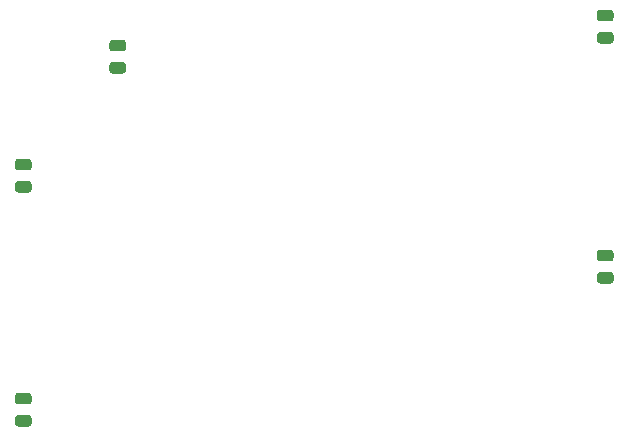
<source format=gbr>
G04 #@! TF.GenerationSoftware,KiCad,Pcbnew,5.1.12-84ad8e8a86~92~ubuntu20.04.1*
G04 #@! TF.CreationDate,2021-12-19T18:17:29-08:00*
G04 #@! TF.ProjectId,ft4232h-breakout,66743432-3332-4682-9d62-7265616b6f75,Jun2021b*
G04 #@! TF.SameCoordinates,Original*
G04 #@! TF.FileFunction,Paste,Bot*
G04 #@! TF.FilePolarity,Positive*
%FSLAX46Y46*%
G04 Gerber Fmt 4.6, Leading zero omitted, Abs format (unit mm)*
G04 Created by KiCad (PCBNEW 5.1.12-84ad8e8a86~92~ubuntu20.04.1) date 2021-12-19 18:17:29*
%MOMM*%
%LPD*%
G01*
G04 APERTURE LIST*
G04 APERTURE END LIST*
G04 #@! TO.C,C5*
G36*
G01*
X74727750Y-99431500D02*
X75640250Y-99431500D01*
G75*
G02*
X75884000Y-99675250I0J-243750D01*
G01*
X75884000Y-100162750D01*
G75*
G02*
X75640250Y-100406500I-243750J0D01*
G01*
X74727750Y-100406500D01*
G75*
G02*
X74484000Y-100162750I0J243750D01*
G01*
X74484000Y-99675250D01*
G75*
G02*
X74727750Y-99431500I243750J0D01*
G01*
G37*
G36*
G01*
X74727750Y-97556500D02*
X75640250Y-97556500D01*
G75*
G02*
X75884000Y-97800250I0J-243750D01*
G01*
X75884000Y-98287750D01*
G75*
G02*
X75640250Y-98531500I-243750J0D01*
G01*
X74727750Y-98531500D01*
G75*
G02*
X74484000Y-98287750I0J243750D01*
G01*
X74484000Y-97800250D01*
G75*
G02*
X74727750Y-97556500I243750J0D01*
G01*
G37*
G04 #@! TD*
G04 #@! TO.C,C4*
G36*
G01*
X74727750Y-119243500D02*
X75640250Y-119243500D01*
G75*
G02*
X75884000Y-119487250I0J-243750D01*
G01*
X75884000Y-119974750D01*
G75*
G02*
X75640250Y-120218500I-243750J0D01*
G01*
X74727750Y-120218500D01*
G75*
G02*
X74484000Y-119974750I0J243750D01*
G01*
X74484000Y-119487250D01*
G75*
G02*
X74727750Y-119243500I243750J0D01*
G01*
G37*
G36*
G01*
X74727750Y-117368500D02*
X75640250Y-117368500D01*
G75*
G02*
X75884000Y-117612250I0J-243750D01*
G01*
X75884000Y-118099750D01*
G75*
G02*
X75640250Y-118343500I-243750J0D01*
G01*
X74727750Y-118343500D01*
G75*
G02*
X74484000Y-118099750I0J243750D01*
G01*
X74484000Y-117612250D01*
G75*
G02*
X74727750Y-117368500I243750J0D01*
G01*
G37*
G04 #@! TD*
G04 #@! TO.C,C6*
G36*
G01*
X124916250Y-85910000D02*
X124003750Y-85910000D01*
G75*
G02*
X123760000Y-85666250I0J243750D01*
G01*
X123760000Y-85178750D01*
G75*
G02*
X124003750Y-84935000I243750J0D01*
G01*
X124916250Y-84935000D01*
G75*
G02*
X125160000Y-85178750I0J-243750D01*
G01*
X125160000Y-85666250D01*
G75*
G02*
X124916250Y-85910000I-243750J0D01*
G01*
G37*
G36*
G01*
X124916250Y-87785000D02*
X124003750Y-87785000D01*
G75*
G02*
X123760000Y-87541250I0J243750D01*
G01*
X123760000Y-87053750D01*
G75*
G02*
X124003750Y-86810000I243750J0D01*
G01*
X124916250Y-86810000D01*
G75*
G02*
X125160000Y-87053750I0J-243750D01*
G01*
X125160000Y-87541250D01*
G75*
G02*
X124916250Y-87785000I-243750J0D01*
G01*
G37*
G04 #@! TD*
G04 #@! TO.C,C3*
G36*
G01*
X124916250Y-106230000D02*
X124003750Y-106230000D01*
G75*
G02*
X123760000Y-105986250I0J243750D01*
G01*
X123760000Y-105498750D01*
G75*
G02*
X124003750Y-105255000I243750J0D01*
G01*
X124916250Y-105255000D01*
G75*
G02*
X125160000Y-105498750I0J-243750D01*
G01*
X125160000Y-105986250D01*
G75*
G02*
X124916250Y-106230000I-243750J0D01*
G01*
G37*
G36*
G01*
X124916250Y-108105000D02*
X124003750Y-108105000D01*
G75*
G02*
X123760000Y-107861250I0J243750D01*
G01*
X123760000Y-107373750D01*
G75*
G02*
X124003750Y-107130000I243750J0D01*
G01*
X124916250Y-107130000D01*
G75*
G02*
X125160000Y-107373750I0J-243750D01*
G01*
X125160000Y-107861250D01*
G75*
G02*
X124916250Y-108105000I-243750J0D01*
G01*
G37*
G04 #@! TD*
G04 #@! TO.C,C2*
G36*
G01*
X82728750Y-89350000D02*
X83641250Y-89350000D01*
G75*
G02*
X83885000Y-89593750I0J-243750D01*
G01*
X83885000Y-90081250D01*
G75*
G02*
X83641250Y-90325000I-243750J0D01*
G01*
X82728750Y-90325000D01*
G75*
G02*
X82485000Y-90081250I0J243750D01*
G01*
X82485000Y-89593750D01*
G75*
G02*
X82728750Y-89350000I243750J0D01*
G01*
G37*
G36*
G01*
X82728750Y-87475000D02*
X83641250Y-87475000D01*
G75*
G02*
X83885000Y-87718750I0J-243750D01*
G01*
X83885000Y-88206250D01*
G75*
G02*
X83641250Y-88450000I-243750J0D01*
G01*
X82728750Y-88450000D01*
G75*
G02*
X82485000Y-88206250I0J243750D01*
G01*
X82485000Y-87718750D01*
G75*
G02*
X82728750Y-87475000I243750J0D01*
G01*
G37*
G04 #@! TD*
M02*

</source>
